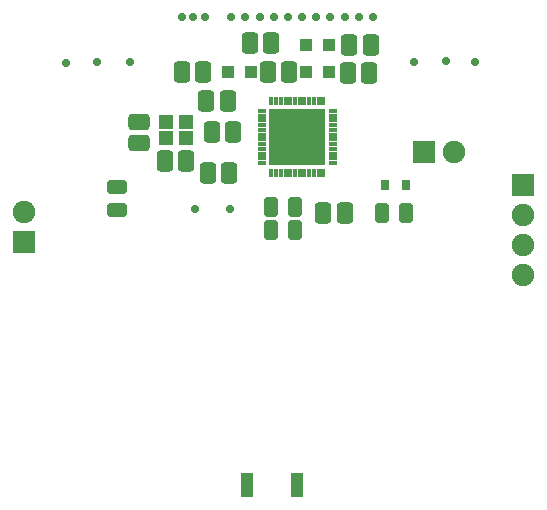
<source format=gts>
G04*
G04 #@! TF.GenerationSoftware,Altium Limited,Altium Designer,18.1.6 (161)*
G04*
G04 Layer_Color=8388736*
%FSLAX25Y25*%
%MOIN*%
G70*
G01*
G75*
%ADD18R,0.03950X0.03900*%
G04:AMPARAMS|DCode=28|XSize=66.93mil|YSize=47.24mil|CornerRadius=11.81mil|HoleSize=0mil|Usage=FLASHONLY|Rotation=270.000|XOffset=0mil|YOffset=0mil|HoleType=Round|Shape=RoundedRectangle|*
%AMROUNDEDRECTD28*
21,1,0.06693,0.02362,0,0,270.0*
21,1,0.04331,0.04724,0,0,270.0*
1,1,0.02362,-0.01181,-0.02165*
1,1,0.02362,-0.01181,0.02165*
1,1,0.02362,0.01181,0.02165*
1,1,0.02362,0.01181,-0.02165*
%
%ADD28ROUNDEDRECTD28*%
G04:AMPARAMS|DCode=29|XSize=66.93mil|YSize=47.24mil|CornerRadius=11.81mil|HoleSize=0mil|Usage=FLASHONLY|Rotation=0.000|XOffset=0mil|YOffset=0mil|HoleType=Round|Shape=RoundedRectangle|*
%AMROUNDEDRECTD29*
21,1,0.06693,0.02362,0,0,0.0*
21,1,0.04331,0.04724,0,0,0.0*
1,1,0.02362,0.02165,-0.01181*
1,1,0.02362,-0.02165,-0.01181*
1,1,0.02362,-0.02165,0.01181*
1,1,0.02362,0.02165,0.01181*
%
%ADD29ROUNDEDRECTD29*%
G04:AMPARAMS|DCode=30|XSize=70.87mil|YSize=55.12mil|CornerRadius=12.8mil|HoleSize=0mil|Usage=FLASHONLY|Rotation=270.000|XOffset=0mil|YOffset=0mil|HoleType=Round|Shape=RoundedRectangle|*
%AMROUNDEDRECTD30*
21,1,0.07087,0.02953,0,0,270.0*
21,1,0.04528,0.05512,0,0,270.0*
1,1,0.02559,-0.01476,-0.02264*
1,1,0.02559,-0.01476,0.02264*
1,1,0.02559,0.01476,0.02264*
1,1,0.02559,0.01476,-0.02264*
%
%ADD30ROUNDEDRECTD30*%
G04:AMPARAMS|DCode=31|XSize=70.87mil|YSize=55.12mil|CornerRadius=12.8mil|HoleSize=0mil|Usage=FLASHONLY|Rotation=180.000|XOffset=0mil|YOffset=0mil|HoleType=Round|Shape=RoundedRectangle|*
%AMROUNDEDRECTD31*
21,1,0.07087,0.02953,0,0,180.0*
21,1,0.04528,0.05512,0,0,180.0*
1,1,0.02559,-0.02264,0.01476*
1,1,0.02559,0.02264,0.01476*
1,1,0.02559,0.02264,-0.01476*
1,1,0.02559,-0.02264,-0.01476*
%
%ADD31ROUNDEDRECTD31*%
%ADD32R,0.05118X0.04724*%
%ADD33R,0.04331X0.08268*%
%ADD34R,0.03150X0.03543*%
%ADD35R,0.01181X0.02953*%
%ADD36R,0.02953X0.01181*%
%ADD37R,0.18898X0.18898*%
%ADD38C,0.07480*%
%ADD39R,0.07480X0.07480*%
%ADD40R,0.07480X0.07480*%
%ADD41C,0.02756*%
%ADD42C,0.04173*%
D18*
X109559Y161024D02*
D03*
X117409D02*
D03*
X109559Y151969D02*
D03*
X117409D02*
D03*
X83575D02*
D03*
X91425D02*
D03*
D28*
X143012Y105118D02*
D03*
X135138D02*
D03*
X98130Y107087D02*
D03*
X106004D02*
D03*
Y99213D02*
D03*
X98130D02*
D03*
D29*
X46555Y113779D02*
D03*
Y105905D02*
D03*
D30*
X115453Y105118D02*
D03*
X122539D02*
D03*
X131201Y161024D02*
D03*
X124114D02*
D03*
X130807Y151575D02*
D03*
X123721D02*
D03*
X68209Y151969D02*
D03*
X75295D02*
D03*
X98130Y161811D02*
D03*
X91043D02*
D03*
X76870Y118405D02*
D03*
X83957D02*
D03*
X96949Y151969D02*
D03*
X104035D02*
D03*
X76476Y142224D02*
D03*
X83563D02*
D03*
X78347Y131890D02*
D03*
X85433D02*
D03*
X69784Y122441D02*
D03*
X62697D02*
D03*
D31*
X54036Y135433D02*
D03*
Y128347D02*
D03*
D32*
X69587Y129921D02*
D03*
X62894D02*
D03*
Y135433D02*
D03*
X69587D02*
D03*
D33*
X106693Y14173D02*
D03*
X90158Y14173D02*
D03*
D34*
X135925Y114173D02*
D03*
X143012D02*
D03*
D35*
X98130Y142224D02*
D03*
X101279D02*
D03*
X99705D02*
D03*
X104429D02*
D03*
X102854D02*
D03*
X107579D02*
D03*
X106004D02*
D03*
X109153D02*
D03*
X112303D02*
D03*
X110728D02*
D03*
X115453D02*
D03*
X113878D02*
D03*
X99705Y118406D02*
D03*
X98130D02*
D03*
X106004D02*
D03*
X104429D02*
D03*
X107579D02*
D03*
X101279D02*
D03*
X102854D02*
D03*
X112303D02*
D03*
X109153D02*
D03*
X110728D02*
D03*
X113878D02*
D03*
X115453D02*
D03*
D36*
X94882Y138976D02*
D03*
Y135827D02*
D03*
Y134252D02*
D03*
Y137402D02*
D03*
Y131102D02*
D03*
Y129528D02*
D03*
Y132677D02*
D03*
X118701Y138976D02*
D03*
Y137402D02*
D03*
Y135827D02*
D03*
Y132677D02*
D03*
Y131102D02*
D03*
Y134252D02*
D03*
Y127953D02*
D03*
Y129528D02*
D03*
X94882Y126378D02*
D03*
Y124803D02*
D03*
Y127953D02*
D03*
Y123228D02*
D03*
Y121654D02*
D03*
X118701Y124803D02*
D03*
Y123228D02*
D03*
Y126378D02*
D03*
Y121654D02*
D03*
D37*
X106791Y130315D02*
D03*
D38*
X181890Y94213D02*
D03*
Y84213D02*
D03*
Y104213D02*
D03*
X15748Y105394D02*
D03*
X159035Y125197D02*
D03*
D39*
X181890Y114213D02*
D03*
X15748Y95394D02*
D03*
D40*
X149035Y125197D02*
D03*
D41*
X72146Y170473D02*
D03*
X29626Y155118D02*
D03*
X39862Y155318D02*
D03*
X50886D02*
D03*
X166142Y155448D02*
D03*
X156398Y155512D02*
D03*
X145768Y155318D02*
D03*
X84350Y106299D02*
D03*
X72539D02*
D03*
X131988Y170473D02*
D03*
X127264D02*
D03*
X122539D02*
D03*
X117815D02*
D03*
X113091D02*
D03*
X108366D02*
D03*
X103642D02*
D03*
X98917D02*
D03*
X94193D02*
D03*
X89468D02*
D03*
X68209D02*
D03*
X84744D02*
D03*
X76083D02*
D03*
D42*
X104429Y137402D02*
D03*
X99705D02*
D03*
Y132677D02*
D03*
X104429D02*
D03*
X113878Y137402D02*
D03*
X109153D02*
D03*
Y132677D02*
D03*
X113878D02*
D03*
X99705Y127953D02*
D03*
Y123228D02*
D03*
X104429Y127953D02*
D03*
Y123228D02*
D03*
X113878Y127953D02*
D03*
X109153D02*
D03*
X113878Y123228D02*
D03*
X109153D02*
D03*
M02*

</source>
